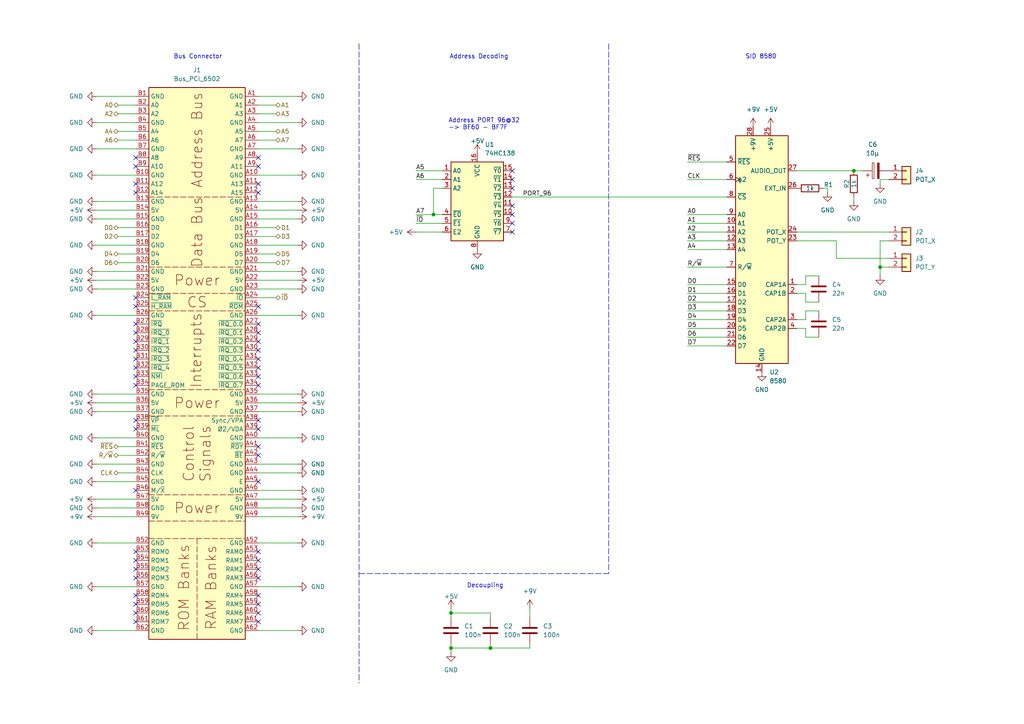
<source format=kicad_sch>
(kicad_sch (version 20231120) (generator "eeschema") (generator_version "8.0")
  (paper "A4")
  (title_block (title "S65xx Computer System") (date "2024-06-30") (rev "1.0") (company "Synthron"))
  (lib_symbols
    (symbol "6502:8580"
      (property "Reference" "U" (at 5.08 38.1 0))
      (property "Value" "8580" (at 5.08 35.56 0))
      (symbol "8580_0_1"
        (rectangle (start -7.62 33.02) (end 7.62 -33.02) (stroke (width 0.254)) (fill (type background)))
      )
      (symbol "8580_1_1"
        (pin passive line (at 10.16 -10.16 180) (length 2.54) (name "CAP1A") (number "1"))
        (pin input line (at -10.16 7.62 0) (length 2.54) (name "A1") (number "10"))
        (pin input line (at -10.16 5.08 0) (length 2.54) (name "A2") (number "11"))
        (pin input line (at -10.16 2.54 0) (length 2.54) (name "A3") (number "12"))
        (pin input line (at -10.16 0 0) (length 2.54) (name "A4") (number "13"))
        (pin power_in line (at 0 -35.56 90) (length 2.54) (name "GND") (number "14"))
        (pin bidirectional line (at -10.16 -10.16 0) (length 2.54) (name "D0") (number "15"))
        (pin bidirectional line (at -10.16 -12.7 0) (length 2.54) (name "D1") (number "16"))
        (pin bidirectional line (at -10.16 -15.24 0) (length 2.54) (name "D2") (number "17"))
        (pin bidirectional line (at -10.16 -17.78 0) (length 2.54) (name "D3") (number "18"))
        (pin bidirectional line (at -10.16 -20.32 0) (length 2.54) (name "D4") (number "19"))
        (pin passive line (at 10.16 -12.7 180) (length 2.54) (name "CAP1B") (number "2"))
        (pin bidirectional line (at -10.16 -22.86 0) (length 2.54) (name "D5") (number "20"))
        (pin bidirectional line (at -10.16 -25.4 0) (length 2.54) (name "D6") (number "21"))
        (pin bidirectional line (at -10.16 -27.94 0) (length 2.54) (name "D7") (number "22"))
        (pin input line (at 10.16 2.54 180) (length 2.54) (name "POT_Y") (number "23"))
        (pin input line (at 10.16 5.08 180) (length 2.54) (name "POT_X") (number "24"))
        (pin power_in line (at 2.54 35.56 270) (length 2.54) (name "+5V") (number "25"))
        (pin input line (at 10.16 17.78 180) (length 2.54) (name "EXT_IN") (number "26"))
        (pin output line (at 10.16 22.86 180) (length 2.54) (name "AUDIO_OUT") (number "27"))
        (pin power_in line (at -2.54 35.56 270) (length 2.54) (name "+9V") (number "28"))
        (pin passive line (at 10.16 -20.32 180) (length 2.54) (name "CAP2A") (number "3"))
        (pin passive line (at 10.16 -22.86 180) (length 2.54) (name "CAP2B") (number "4"))
        (pin input line (at -10.16 25.4 0) (length 2.54) (name "~{RES}") (number "5"))
        (pin input clock (at -10.16 20.32 0) (length 2.54) (name "ϕ2") (number "6"))
        (pin input line (at -10.16 -5.08 0) (length 2.54) (name "R/~{W}") (number "7"))
        (pin input line (at -10.16 15.24 0) (length 2.54) (name "~{CS}") (number "8"))
        (pin input line (at -10.16 10.16 0) (length 2.54) (name "A0") (number "9"))
      )
    )
    (symbol "6502:Bus_PCI_6502"
      (property "Reference" "J" (at 5.08 80.01 0))
      (property "Value" "Bus_PCI_6502" (at 5.08 -82.55 0))
      (symbol "Bus_PCI_6502_1_1"
        (rectangle (start -13.97 78.74) (end 13.97 -81.28) (stroke (width 0.254)) (fill (type background)))
        (polyline (pts (xy -13.97 -52.07) (xy 13.97 -52.07)) (stroke (width 0) (type dash)))
        (polyline (pts (xy -13.97 -46.99) (xy 13.97 -46.99)) (stroke (width 0) (type dash)))
        (polyline (pts (xy -13.97 -39.37) (xy 13.97 -39.37)) (stroke (width 0) (type dash)))
        (polyline (pts (xy -13.97 -16.51) (xy 13.97 -16.51)) (stroke (width 0) (type dash)))
        (polyline (pts (xy -13.97 -8.89) (xy 13.97 -8.89)) (stroke (width 0) (type dash)))
        (polyline (pts (xy -13.97 13.97) (xy 13.97 13.97)) (stroke (width 0) (type dash)))
        (polyline (pts (xy -13.97 19.05) (xy 13.97 19.05)) (stroke (width 0) (type dash)))
        (polyline (pts (xy -13.97 26.67) (xy 13.97 26.67)) (stroke (width 0) (type dash)))
        (polyline (pts (xy -13.97 46.99) (xy 13.97 46.99)) (stroke (width 0) (type dash)))
        (polyline (pts (xy 0 -52.07) (xy 0 -81.28)) (stroke (width 0) (type dash)))
        (text "Address Bus" (at 0 63.5 900) (effects (font (size 3 3))))
        (text "Control\nSignals" (at 0 -27.432 900) (effects (font (size 3 3))))
        (text "CS" (at 0 16.51 0) (effects (font (size 3 3))))
        (text "Data Bus" (at 0 36.83 900) (effects (font (size 3 3))))
        (text "Interrupts" (at -0.254 2.54 900) (effects (font (size 3 3))))
        (text "Power" (at 0 -43.18 0) (effects (font (size 3 3))))
        (text "Power" (at 0 -12.7 0) (effects (font (size 3 3))))
        (text "Power" (at 0 22.86 0) (effects (font (size 3 3))))
        (text "RAM Banks" (at 4.064 -66.294 900) (effects (font (size 3 3))))
        (text "ROM Banks" (at -3.81 -66.294 900) (effects (font (size 3 3))))
        (pin power_in line (at 17.78 76.2 180) (length 3.81) (name "GND") (number "A1"))
        (pin power_in line (at 17.78 53.34 180) (length 3.81) (name "GND") (number "A10"))
        (pin bidirectional line (at 17.78 50.8 180) (length 3.81) (name "A13") (number "A11"))
        (pin bidirectional line (at 17.78 48.26 180) (length 3.81) (name "A15") (number "A12"))
        (pin power_in line (at 17.78 45.72 180) (length 3.81) (name "GND") (number "A13"))
        (pin power_in line (at 17.78 43.18 180) (length 3.81) (name "5V") (number "A14"))
        (pin power_in line (at 17.78 40.64 180) (length 3.81) (name "GND") (number "A15"))
        (pin bidirectional line (at 17.78 38.1 180) (length 3.81) (name "D1") (number "A16"))
        (pin bidirectional line (at 17.78 35.56 180) (length 3.81) (name "D3") (number "A17"))
        (pin power_in line (at 17.78 33.02 180) (length 3.81) (name "GND") (number "A18"))
        (pin bidirectional line (at 17.78 30.48 180) (length 3.81) (name "D5") (number "A19"))
        (pin bidirectional line (at 17.78 73.66 180) (length 3.81) (name "A1") (number "A2"))
        (pin bidirectional line (at 17.78 27.94 180) (length 3.81) (name "D7") (number "A20"))
        (pin power_in line (at 17.78 25.4 180) (length 3.81) (name "GND") (number "A21"))
        (pin power_in line (at 17.78 22.86 180) (length 3.81) (name "5V") (number "A22"))
        (pin power_in line (at 17.78 20.32 180) (length 3.81) (name "GND") (number "A23"))
        (pin bidirectional line (at 17.78 17.78 180) (length 3.81) (name "~{IO}") (number "A24"))
        (pin bidirectional line (at 17.78 15.24 180) (length 3.81) (name "~{ROM}") (number "A25"))
        (pin power_in line (at 17.78 12.7 180) (length 3.81) (name "GND") (number "A26"))
        (pin input line (at 17.78 10.16 180) (length 3.81) (name "~{IRQ_0.0}") (number "A27"))
        (pin input line (at 17.78 7.62 180) (length 3.81) (name "~{IRQ_0.1}") (number "A28"))
        (pin input line (at 17.78 5.08 180) (length 3.81) (name "~{IRQ_0.2}") (number "A29"))
        (pin bidirectional line (at 17.78 71.12 180) (length 3.81) (name "A3") (number "A3"))
        (pin input line (at 17.78 2.54 180) (length 3.81) (name "~{IRQ_0.3}") (number "A30"))
        (pin input line (at 17.78 0 180) (length 3.81) (name "~{IRQ_0.4}") (number "A31"))
        (pin input line (at 17.78 -2.54 180) (length 3.81) (name "~{IRQ_0.5}") (number "A32"))
        (pin input line (at 17.78 -5.08 180) (length 3.81) (name "~{IRQ_0.6}") (number "A33"))
        (pin input line (at 17.78 -7.62 180) (length 3.81) (name "~{IRQ_0.7}") (number "A34"))
        (pin power_in line (at 17.78 -10.16 180) (length 3.81) (name "GND") (number "A35"))
        (pin power_in line (at 17.78 -12.7 180) (length 3.81) (name "5V") (number "A36"))
        (pin power_in line (at 17.78 -15.24 180) (length 3.81) (name "GND") (number "A37"))
        (pin bidirectional line (at 17.78 -17.78 180) (length 3.81) (name "Sync/VPA") (number "A38"))
        (pin bidirectional line (at 17.78 -20.32 180) (length 3.81) (name "Ø2/VDA") (number "A39"))
        (pin power_in line (at 17.78 68.58 180) (length 3.81) (name "GND") (number "A4"))
        (pin power_in line (at 17.78 -22.86 180) (length 3.81) (name "GND") (number "A40"))
        (pin input line (at 17.78 -25.4 180) (length 3.81) (name "~{RDY}") (number "A41"))
        (pin input line (at 17.78 -27.94 180) (length 3.81) (name "~{BE}") (number "A42"))
        (pin power_in line (at 17.78 -30.48 180) (length 3.81) (name "GND") (number "A43"))
        (pin power_in line (at 17.78 -33.02 180) (length 3.81) (name "GND") (number "A44"))
        (pin output line (at 17.78 -35.56 180) (length 3.81) (name "E") (number "A45"))
        (pin power_in line (at 17.78 -38.1 180) (length 3.81) (name "GND") (number "A46"))
        (pin power_in line (at 17.78 -40.64 180) (length 3.81) (name "5V") (number "A47"))
        (pin power_in line (at 17.78 -43.18 180) (length 3.81) (name "GND") (number "A48"))
        (pin power_in line (at 17.78 -45.72 180) (length 3.81) (name "9V") (number "A49"))
        (pin bidirectional line (at 17.78 66.04 180) (length 3.81) (name "A5") (number "A5"))
        (pin power_in line (at 17.78 -53.34 180) (length 3.81) (name "GND") (number "A52"))
        (pin bidirectional line (at 17.78 -55.88 180) (length 3.81) (name "RAM0") (number "A53"))
        (pin bidirectional line (at 17.78 -58.42 180) (length 3.81) (name "RAM1") (number "A54"))
        (pin bidirectional line (at 17.78 -60.96 180) (length 3.81) (name "RAM2") (number "A55"))
        (pin bidirectional line (at 17.78 -63.5 180) (length 3.81) (name "RAM3") (number "A56"))
        (pin power_in line (at 17.78 -66.04 180) (length 3.81) (name "GND") (number "A57"))
        (pin bidirectional line (at 17.78 -68.58 180) (length 3.81) (name "RAM4") (number "A58"))
        (pin bidirectional line (at 17.78 -71.12 180) (length 3.81) (name "RAM5") (number "A59"))
        (pin bidirectional line (at 17.78 63.5 180) (length 3.81) (name "A7") (number "A6"))
        (pin bidirectional line (at 17.78 -73.66 180) (length 3.81) (name "RAM6") (number "A60"))
        (pin bidirectional line (at 17.78 -76.2 180) (length 3.81) (name "RAM7") (number "A61"))
        (pin power_in line (at 17.78 -78.74 180) (length 3.81) (name "GND") (number "A62"))
        (pin power_in line (at 17.78 60.96 180) (length 3.81) (name "GND") (number "A7"))
        (pin bidirectional line (at 17.78 58.42 180) (length 3.81) (name "A9") (number "A8"))
        (pin bidirectional line (at 17.78 55.88 180) (length 3.81) (name "A11") (number "A9"))
        (pin power_in line (at -17.78 76.2 0) (length 3.81) (name "GND") (number "B1"))
        (pin power_in line (at -17.78 53.34 0) (length 3.81) (name "GND") (number "B10"))
        (pin bidirectional line (at -17.78 50.8 0) (length 3.81) (name "A12") (number "B11"))
        (pin bidirectional line (at -17.78 48.26 0) (length 3.81) (name "A14") (number "B12"))
        (pin power_in line (at -17.78 45.72 0) (length 3.81) (name "GND") (number "B13"))
        (pin power_in line (at -17.78 43.18 0) (length 3.81) (name "5V") (number "B14"))
        (pin power_in line (at -17.78 40.64 0) (length 3.81) (name "GND") (number "B15"))
        (pin bidirectional line (at -17.78 38.1 0) (length 3.81) (name "D0") (number "B16"))
        (pin bidirectional line (at -17.78 35.56 0) (length 3.81) (name "D2") (number "B17"))
        (pin power_in line (at -17.78 33.02 0) (length 3.81) (name "GND") (number "B18"))
        (pin bidirectional line (at -17.78 30.48 0) (length 3.81) (name "D4") (number "B19"))
        (pin bidirectional line (at -17.78 73.66 0) (length 3.81) (name "A0") (number "B2"))
        (pin bidirectional line (at -17.78 27.94 0) (length 3.81) (name "D6") (number "B20"))
        (pin power_in line (at -17.78 25.4 0) (length 3.81) (name "GND") (number "B21"))
        (pin power_in line (at -17.78 22.86 0) (length 3.81) (name "5V") (number "B22"))
        (pin power_in line (at -17.78 20.32 0) (length 3.81) (name "GND") (number "B23"))
        (pin bidirectional line (at -17.78 17.78 0) (length 3.81) (name "~{L_RAM}") (number "B24"))
        (pin bidirectional line (at -17.78 15.24 0) (length 3.81) (name "~{H_RAM}") (number "B25"))
        (pin power_in line (at -17.78 12.7 0) (length 3.81) (name "GND") (number "B26"))
        (pin input line (at -17.78 10.16 0) (length 3.81) (name "~{IRQ}") (number "B27"))
        (pin input line (at -17.78 7.62 0) (length 3.81) (name "~{IRQ_0}") (number "B28"))
        (pin input line (at -17.78 5.08 0) (length 3.81) (name "~{IRQ_1}") (number "B29"))
        (pin bidirectional line (at -17.78 71.12 0) (length 3.81) (name "A2") (number "B3"))
        (pin input line (at -17.78 2.54 0) (length 3.81) (name "~{IRQ_2}") (number "B30"))
        (pin input line (at -17.78 0 0) (length 3.81) (name "~{IRQ_3}") (number "B31"))
        (pin input line (at -17.78 -2.54 0) (length 3.81) (name "~{IRQ_4}") (number "B32"))
        (pin input line (at -17.78 -5.08 0) (length 3.81) (name "~{NMI}") (number "B33"))
        (pin output line (at -17.78 -7.62 0) (length 3.81) (name "PAGE_ROM") (number "B34"))
        (pin power_in line (at -17.78 -10.16 0) (length 3.81) (name "GND") (number "B35"))
        (pin power_in line (at -17.78 -12.7 0) (length 3.81) (name "5V") (number "B36"))
        (pin power_in line (at -17.78 -15.24 0) (length 3.81) (name "GND") (number "B37"))
        (pin bidirectional line (at -17.78 -17.78 0) (length 3.81) (name "~{VP}") (number "B38"))
        (pin bidirectional line (at -17.78 -20.32 0) (length 3.81) (name "~{ML}") (number "B39"))
        (pin power_in line (at -17.78 68.58 0) (length 3.81) (name "GND") (number "B4"))
        (pin power_in line (at -17.78 -22.86 0) (length 3.81) (name "GND") (number "B40"))
        (pin input line (at -17.78 -25.4 0) (length 3.81) (name "~{RES}") (number "B41"))
        (pin bidirectional line (at -17.78 -27.94 0) (length 3.81) (name "R/~{W}") (number "B42"))
        (pin power_in line (at -17.78 -30.48 0) (length 3.81) (name "GND") (number "B43"))
        (pin bidirectional line (at -17.78 -33.02 0) (length 3.81) (name "CLK") (number "B44"))
        (pin power_in line (at -17.78 -35.56 0) (length 3.81) (name "GND") (number "B45"))
        (pin bidirectional line (at -17.78 -38.1 0) (length 3.81) (name "M/~{X}") (number "B46"))
        (pin power_in line (at -17.78 -40.64 0) (length 3.81) (name "5V") (number "B47"))
        (pin power_in line (at -17.78 -43.18 0) (length 3.81) (name "GND") (number "B48"))
        (pin power_in line (at -17.78 -45.72 0) (length 3.81) (name "9V") (number "B49"))
        (pin bidirectional line (at -17.78 66.04 0) (length 3.81) (name "A4") (number "B5"))
        (pin power_in line (at -17.78 -53.34 0) (length 3.81) (name "GND") (number "B52"))
        (pin bidirectional line (at -17.78 -55.88 0) (length 3.81) (name "ROM0") (number "B53"))
        (pin bidirectional line (at -17.78 -58.42 0) (length 3.81) (name "ROM1") (number "B54"))
        (pin bidirectional line (at -17.78 -60.96 0) (length 3.81) (name "ROM2") (number "B55"))
        (pin bidirectional line (at -17.78 -63.5 0) (length 3.81) (name "ROM3") (number "B56"))
        (pin power_in line (at -17.78 -66.04 0) (length 3.81) (name "GND") (number "B57"))
        (pin bidirectional line (at -17.78 -68.58 0) (length 3.81) (name "ROM4") (number "B58"))
        (pin bidirectional line (at -17.78 -71.12 0) (length 3.81) (name "ROM5") (number "B59"))
        (pin bidirectional line (at -17.78 63.5 0) (length 3.81) (name "A6") (number "B6"))
        (pin bidirectional line (at -17.78 -73.66 0) (length 3.81) (name "ROM6") (number "B60"))
        (pin bidirectional line (at -17.78 -76.2 0) (length 3.81) (name "ROM7") (number "B61"))
        (pin power_in line (at -17.78 -78.74 0) (length 3.81) (name "GND") (number "B62"))
        (pin power_in line (at -17.78 60.96 0) (length 3.81) (name "GND") (number "B7"))
        (pin bidirectional line (at -17.78 58.42 0) (length 3.81) (name "A8") (number "B8"))
        (pin bidirectional line (at -17.78 55.88 0) (length 3.81) (name "A10") (number "B9"))
      )
    )
    (symbol "74xx:74HC138"
      (property "Reference" "U" (at -7.62 13.97 0))
      (property "Value" "74HC138" (at 2.54 -11.43 0))
      (symbol "74HC138_0_1"
        (rectangle (start -7.62 12.7) (end 7.62 -10.16) (stroke (width 0.254)) (fill (type background)))
      )
      (symbol "74HC138_1_1"
        (pin input line (at -10.16 10.16 0) (length 2.54) (name "A0") (number "1"))
        (pin output line (at 10.16 -2.54 180) (length 2.54) (name "~{Y5}") (number "10"))
        (pin output line (at 10.16 0 180) (length 2.54) (name "~{Y4}") (number "11"))
        (pin output line (at 10.16 2.54 180) (length 2.54) (name "~{Y3}") (number "12"))
        (pin output line (at 10.16 5.08 180) (length 2.54) (name "~{Y2}") (number "13"))
        (pin output line (at 10.16 7.62 180) (length 2.54) (name "~{Y1}") (number "14"))
        (pin output line (at 10.16 10.16 180) (length 2.54) (name "~{Y0}") (number "15"))
        (pin power_in line (at 0 15.24 270) (length 2.54) (name "VCC") (number "16"))
        (pin input line (at -10.16 7.62 0) (length 2.54) (name "A1") (number "2"))
        (pin input line (at -10.16 5.08 0) (length 2.54) (name "A2") (number "3"))
        (pin input line (at -10.16 -2.54 0) (length 2.54) (name "~{E0}") (number "4"))
        (pin input line (at -10.16 -5.08 0) (length 2.54) (name "~{E1}") (number "5"))
        (pin input line (at -10.16 -7.62 0) (length 2.54) (name "E2") (number "6"))
        (pin output line (at 10.16 -7.62 180) (length 2.54) (name "~{Y7}") (number "7"))
        (pin power_in line (at 0 -12.7 90) (length 2.54) (name "GND") (number "8"))
        (pin output line (at 10.16 -5.08 180) (length 2.54) (name "~{Y6}") (number "9"))
      )
    )
    (symbol "Connector_Generic:Conn_01x02" (pin_names (offset 1.016) hide)
      (property "Reference" "J" (at 0 2.54 0))
      (property "Value" "Conn_01x02" (at 0 -5.08 0))
      (symbol "Conn_01x02_1_1"
        (rectangle (start -1.27 -2.413) (end 0 -2.667) (stroke (width 0.1524)))
        (rectangle (start -1.27 0.127) (end 0 -0.127) (stroke (width 0.1524)))
        (rectangle (start -1.27 1.27) (end 1.27 -3.81) (stroke (width 0.254)) (fill (type background)))
        (pin passive line (at -5.08 0 0) (length 3.81) (name "Pin_1") (number "1"))
        (pin passive line (at -5.08 -2.54 0) (length 3.81) (name "Pin_2") (number "2"))
      )
    )
    (symbol "Device:C" (pin_numbers hide) (pin_names (offset 0.254))
      (property "Reference" "C" (at 0.635 2.54 0))
      (property "Value" "C" (at 0.635 -2.54 0))
      (symbol "C_0_1"
        (polyline (pts (xy -2.032 -0.762) (xy 2.032 -0.762)) (stroke (width 0.508)))
        (polyline (pts (xy -2.032 0.762) (xy 2.032 0.762)) (stroke (width 0.508)))
      )
      (symbol "C_1_1"
        (pin passive line (at 0 3.81 270) (length 2.794) (name "~") (number "1"))
        (pin passive line (at 0 -3.81 90) (length 2.794) (name "~") (number "2"))
      )
    )
    (symbol "Device:C_Polarized" (pin_numbers hide) (pin_names (offset 0.254))
      (property "Reference" "C" (at 0.635 2.54 0))
      (property "Value" "C_Polarized" (at 0.635 -2.54 0))
      (symbol "C_Polarized_0_1"
        (rectangle (start -2.286 0.508) (end 2.286 1.016))
        (polyline (pts (xy -1.778 2.286) (xy -0.762 2.286)))
        (polyline (pts (xy -1.27 2.794) (xy -1.27 1.778)))
        (rectangle (start 2.286 -0.508) (end -2.286 -1.016) (fill (type outline)))
      )
      (symbol "C_Polarized_1_1"
        (pin passive line (at 0 3.81 270) (length 2.794) (name "~") (number "1"))
        (pin passive line (at 0 -3.81 90) (length 2.794) (name "~") (number "2"))
      )
    )
    (symbol "Device:R" (pin_numbers hide) (pin_names (offset 0))
      (property "Reference" "R" (at 2.032 0 90))
      (property "Value" "R" (at 0 0 90))
      (symbol "R_0_1"
        (rectangle (start -1.016 -2.54) (end 1.016 2.54) (stroke (width 0.254)))
      )
      (symbol "R_1_1"
        (pin passive line (at 0 3.81 270) (length 1.27) (name "~") (number "1"))
        (pin passive line (at 0 -3.81 90) (length 1.27) (name "~") (number "2"))
      )
    )
    (symbol "power:+5V" (power) (pin_numbers hide) (pin_names (offset 0) hide)
      (property "Value" "+5V" (at 0 3.556 0))
      (symbol "+5V_0_1"
        (polyline (pts (xy -0.762 1.27) (xy 0 2.54)))
        (polyline (pts (xy 0 0) (xy 0 2.54)))
        (polyline (pts (xy 0 2.54) (xy 0.762 1.27)))
      )
      (symbol "+5V_1_1"
        (pin power_in line (at 0 0 90) (length 0) (name "~") (number "1"))
      )
    )
    (symbol "power:+9V" (power) (pin_numbers hide) (pin_names (offset 0) hide)
      (property "Value" "+9V" (at 0 3.556 0))
      (symbol "+9V_0_1"
        (polyline (pts (xy -0.762 1.27) (xy 0 2.54)))
        (polyline (pts (xy 0 0) (xy 0 2.54)))
        (polyline (pts (xy 0 2.54) (xy 0.762 1.27)))
      )
      (symbol "+9V_1_1"
        (pin power_in line (at 0 0 90) (length 0) (name "~") (number "1"))
      )
    )
    (symbol "power:GND" (power) (pin_numbers hide) (pin_names (offset 0) hide)
      (property "Value" "GND" (at 0 -3.81 0))
      (symbol "GND_0_1"
        (polyline (pts (xy 0 0) (xy 0 -1.27) (xy 1.27 -1.27) (xy 0 -2.54) (xy -1.27 -1.27) (xy 0 -1.27)))
      )
      (symbol "GND_1_1"
        (pin power_in line (at 0 0 270) (length 0) (name "~") (number "1"))
      )
    )
  )
  (junction (at 130.81 187.96))
  (junction (at 142.24 187.96))
  (junction (at 130.81 177.8))
  (junction (at 255.27 77.47))
  (junction (at 247.65 49.53))
  (junction (at 125.73 62.23))
  (no_connect (at 74.93 106.68))
  (no_connect (at 39.37 142.24))
  (no_connect (at 39.37 45.72))
  (no_connect (at 39.37 124.46))
  (no_connect (at 39.37 48.26))
  (no_connect (at 74.93 45.72))
  (no_connect (at 39.37 167.64))
  (no_connect (at 39.37 101.6))
  (no_connect (at 39.37 175.26))
  (no_connect (at 74.93 160.02))
  (no_connect (at 148.59 67.31))
  (no_connect (at 74.93 88.9))
  (no_connect (at 39.37 88.9))
  (no_connect (at 39.37 106.68))
  (no_connect (at 148.59 52.07))
  (no_connect (at 39.37 104.14))
  (no_connect (at 74.93 175.26))
  (no_connect (at 74.93 165.1))
  (no_connect (at 39.37 162.56))
  (no_connect (at 74.93 53.34))
  (no_connect (at 74.93 180.34))
  (no_connect (at 39.37 177.8))
  (no_connect (at 74.93 55.88))
  (no_connect (at 148.59 62.23))
  (no_connect (at 148.59 49.53))
  (no_connect (at 74.93 99.06))
  (no_connect (at 148.59 64.77))
  (no_connect (at 39.37 165.1))
  (no_connect (at 74.93 124.46))
  (no_connect (at 39.37 86.36))
  (no_connect (at 148.59 59.69))
  (no_connect (at 74.93 172.72))
  (no_connect (at 39.37 96.52))
  (no_connect (at 74.93 93.98))
  (no_connect (at 39.37 93.98))
  (no_connect (at 74.93 132.08))
  (no_connect (at 39.37 55.88))
  (no_connect (at 74.93 121.92))
  (no_connect (at 39.37 99.06))
  (no_connect (at 74.93 96.52))
  (no_connect (at 148.59 54.61))
  (no_connect (at 39.37 121.92))
  (no_connect (at 74.93 109.22))
  (no_connect (at 74.93 177.8))
  (no_connect (at 74.93 129.54))
  (no_connect (at 74.93 104.14))
  (no_connect (at 74.93 48.26))
  (no_connect (at 39.37 180.34))
  (no_connect (at 74.93 139.7))
  (no_connect (at 74.93 101.6))
  (no_connect (at 74.93 162.56))
  (no_connect (at 39.37 172.72))
  (no_connect (at 39.37 53.34))
  (no_connect (at 39.37 160.02))
  (no_connect (at 74.93 111.76))
  (no_connect (at 39.37 111.76))
  (no_connect (at 74.93 167.64))
  (no_connect (at 39.37 109.22))
  (wire (pts (xy 27.94 134.62) (xy 39.37 134.62)))
  (wire (pts (xy 199.39 92.71) (xy 210.82 92.71)))
  (wire (pts (xy 242.57 74.93) (xy 242.57 69.85)))
  (wire (pts (xy 233.68 82.55) (xy 231.14 82.55)))
  (wire (pts (xy 86.36 142.24) (xy 74.93 142.24)))
  (wire (pts (xy 233.68 80.01) (xy 233.68 82.55)))
  (wire (pts (xy 255.27 77.47) (xy 257.81 77.47)))
  (wire (pts (xy 233.68 87.63) (xy 233.68 85.09)))
  (wire (pts (xy 27.94 116.84) (xy 39.37 116.84)))
  (wire (pts (xy 199.39 72.39) (xy 210.82 72.39)))
  (wire (pts (xy 125.73 54.61) (xy 125.73 62.23)))
  (wire (pts (xy 240.03 54.61) (xy 238.76 54.61)))
  (wire (pts (xy 120.65 49.53) (xy 128.27 49.53)))
  (wire (pts (xy 233.68 95.25) (xy 231.14 95.25)))
  (wire (pts (xy 80.01 33.02) (xy 74.93 33.02)))
  (wire (pts (xy 255.27 53.34) (xy 255.27 52.07)))
  (wire (pts (xy 34.29 40.64) (xy 39.37 40.64)))
  (wire (pts (xy 34.29 33.02) (xy 39.37 33.02)))
  (wire (pts (xy 130.81 187.96) (xy 130.81 189.23)))
  (wire (pts (xy 86.36 50.8) (xy 74.93 50.8)))
  (wire (pts (xy 130.81 176.53) (xy 130.81 177.8)))
  (wire (pts (xy 27.94 147.32) (xy 39.37 147.32)))
  (wire (pts (xy 153.67 186.69) (xy 153.67 187.96)))
  (wire (pts (xy 27.94 50.8) (xy 39.37 50.8)))
  (wire (pts (xy 199.39 100.33) (xy 210.82 100.33)))
  (wire (pts (xy 86.36 119.38) (xy 74.93 119.38)))
  (wire (pts (xy 27.94 119.38) (xy 39.37 119.38)))
  (wire (pts (xy 231.14 67.31) (xy 257.81 67.31)))
  (wire (pts (xy 199.39 67.31) (xy 210.82 67.31)))
  (wire (pts (xy 199.39 46.99) (xy 210.82 46.99)))
  (wire (pts (xy 128.27 54.61) (xy 125.73 54.61)))
  (wire (pts (xy 237.49 97.79) (xy 233.68 97.79)))
  (wire (pts (xy 233.68 97.79) (xy 233.68 95.25)))
  (wire (pts (xy 237.49 90.17) (xy 233.68 90.17)))
  (wire (pts (xy 120.65 62.23) (xy 125.73 62.23)))
  (wire (pts (xy 199.39 82.55) (xy 210.82 82.55)))
  (wire (pts (xy 27.94 139.7) (xy 39.37 139.7)))
  (wire (pts (xy 199.39 85.09) (xy 210.82 85.09)))
  (wire (pts (xy 86.36 170.18) (xy 74.93 170.18)))
  (wire (pts (xy 80.01 86.36) (xy 74.93 86.36)))
  (wire (pts (xy 120.65 52.07) (xy 128.27 52.07)))
  (wire (pts (xy 34.29 38.1) (xy 39.37 38.1)))
  (wire (pts (xy 27.94 43.18) (xy 39.37 43.18)))
  (wire (pts (xy 27.94 170.18) (xy 39.37 170.18)))
  (wire (pts (xy 148.59 57.15) (xy 210.82 57.15)))
  (wire (pts (xy 233.68 85.09) (xy 231.14 85.09)))
  (polyline (pts (xy 176.53 12.7) (xy 176.53 166.37)) (stroke (width 0) (type dash)))
  (wire (pts (xy 86.36 114.3) (xy 74.93 114.3)))
  (wire (pts (xy 199.39 97.79) (xy 210.82 97.79)))
  (wire (pts (xy 257.81 74.93) (xy 242.57 74.93)))
  (wire (pts (xy 86.36 60.96) (xy 74.93 60.96)))
  (wire (pts (xy 86.36 63.5) (xy 74.93 63.5)))
  (wire (pts (xy 27.94 58.42) (xy 39.37 58.42)))
  (wire (pts (xy 86.36 81.28) (xy 74.93 81.28)))
  (wire (pts (xy 34.29 66.04) (xy 39.37 66.04)))
  (wire (pts (xy 86.36 58.42) (xy 74.93 58.42)))
  (wire (pts (xy 86.36 91.44) (xy 74.93 91.44)))
  (wire (pts (xy 27.94 27.94) (xy 39.37 27.94)))
  (wire (pts (xy 199.39 95.25) (xy 210.82 95.25)))
  (wire (pts (xy 142.24 177.8) (xy 130.81 177.8)))
  (wire (pts (xy 27.94 83.82) (xy 39.37 83.82)))
  (wire (pts (xy 86.36 137.16) (xy 74.93 137.16)))
  (wire (pts (xy 142.24 186.69) (xy 142.24 187.96)))
  (wire (pts (xy 199.39 62.23) (xy 210.82 62.23)))
  (wire (pts (xy 142.24 187.96) (xy 130.81 187.96)))
  (wire (pts (xy 27.94 71.12) (xy 39.37 71.12)))
  (wire (pts (xy 27.94 78.74) (xy 39.37 78.74)))
  (wire (pts (xy 153.67 176.53) (xy 153.67 179.07)))
  (wire (pts (xy 199.39 90.17) (xy 210.82 90.17)))
  (wire (pts (xy 120.65 67.31) (xy 128.27 67.31)))
  (wire (pts (xy 86.36 27.94) (xy 74.93 27.94)))
  (wire (pts (xy 86.36 147.32) (xy 74.93 147.32)))
  (wire (pts (xy 27.94 60.96) (xy 39.37 60.96)))
  (wire (pts (xy 86.36 78.74) (xy 74.93 78.74)))
  (wire (pts (xy 27.94 63.5) (xy 39.37 63.5)))
  (wire (pts (xy 199.39 64.77) (xy 210.82 64.77)))
  (wire (pts (xy 86.36 43.18) (xy 74.93 43.18)))
  (wire (pts (xy 130.81 187.96) (xy 130.81 186.69)))
  (wire (pts (xy 86.36 144.78) (xy 74.93 144.78)))
  (wire (pts (xy 34.29 132.08) (xy 39.37 132.08)))
  (wire (pts (xy 27.94 127) (xy 39.37 127)))
  (wire (pts (xy 86.36 71.12) (xy 74.93 71.12)))
  (wire (pts (xy 255.27 80.01) (xy 255.27 77.47)))
  (wire (pts (xy 120.65 64.77) (xy 128.27 64.77)))
  (wire (pts (xy 130.81 177.8) (xy 130.81 179.07)))
  (wire (pts (xy 27.94 157.48) (xy 39.37 157.48)))
  (wire (pts (xy 247.65 57.15) (xy 247.65 58.42)))
  (wire (pts (xy 199.39 52.07) (xy 210.82 52.07)))
  (wire (pts (xy 237.49 87.63) (xy 233.68 87.63)))
  (wire (pts (xy 233.68 90.17) (xy 233.68 92.71)))
  (wire (pts (xy 86.36 83.82) (xy 74.93 83.82)))
  (polyline (pts (xy 104.14 166.37) (xy 176.53 166.37)) (stroke (width 0) (type dash)))
  (wire (pts (xy 27.94 35.56) (xy 39.37 35.56)))
  (wire (pts (xy 86.36 134.62) (xy 74.93 134.62)))
  (wire (pts (xy 247.65 49.53) (xy 250.19 49.53)))
  (wire (pts (xy 237.49 80.01) (xy 233.68 80.01)))
  (wire (pts (xy 27.94 91.44) (xy 39.37 91.44)))
  (wire (pts (xy 80.01 66.04) (xy 74.93 66.04)))
  (wire (pts (xy 27.94 114.3) (xy 39.37 114.3)))
  (wire (pts (xy 80.01 76.2) (xy 74.93 76.2)))
  (wire (pts (xy 86.36 35.56) (xy 74.93 35.56)))
  (wire (pts (xy 80.01 38.1) (xy 74.93 38.1)))
  (wire (pts (xy 242.57 69.85) (xy 231.14 69.85)))
  (wire (pts (xy 80.01 40.64) (xy 74.93 40.64)))
  (wire (pts (xy 34.29 30.48) (xy 39.37 30.48)))
  (polyline (pts (xy 104.14 12.7) (xy 104.14 198.12)) (stroke (width 0) (type dash)))
  (wire (pts (xy 240.03 55.88) (xy 240.03 54.61)))
  (wire (pts (xy 255.27 77.47) (xy 255.27 69.85)))
  (wire (pts (xy 142.24 179.07) (xy 142.24 177.8)))
  (wire (pts (xy 34.29 68.58) (xy 39.37 68.58)))
  (wire (pts (xy 255.27 69.85) (xy 257.81 69.85)))
  (wire (pts (xy 86.36 182.88) (xy 74.93 182.88)))
  (wire (pts (xy 199.39 77.47) (xy 210.82 77.47)))
  (wire (pts (xy 231.14 49.53) (xy 247.65 49.53)))
  (wire (pts (xy 255.27 52.07) (xy 257.81 52.07)))
  (wire (pts (xy 86.36 157.48) (xy 74.93 157.48)))
  (wire (pts (xy 199.39 69.85) (xy 210.82 69.85)))
  (wire (pts (xy 34.29 76.2) (xy 39.37 76.2)))
  (wire (pts (xy 125.73 62.23) (xy 128.27 62.23)))
  (wire (pts (xy 153.67 187.96) (xy 142.24 187.96)))
  (wire (pts (xy 233.68 92.71) (xy 231.14 92.71)))
  (wire (pts (xy 27.94 144.78) (xy 39.37 144.78)))
  (wire (pts (xy 80.01 30.48) (xy 74.93 30.48)))
  (wire (pts (xy 80.01 73.66) (xy 74.93 73.66)))
  (wire (pts (xy 86.36 127) (xy 74.93 127)))
  (wire (pts (xy 86.36 149.86) (xy 74.93 149.86)))
  (wire (pts (xy 27.94 149.86) (xy 39.37 149.86)))
  (wire (pts (xy 34.29 129.54) (xy 39.37 129.54)))
  (wire (pts (xy 34.29 137.16) (xy 39.37 137.16)))
  (wire (pts (xy 27.94 81.28) (xy 39.37 81.28)))
  (wire (pts (xy 27.94 182.88) (xy 39.37 182.88)))
  (wire (pts (xy 86.36 116.84) (xy 74.93 116.84)))
  (wire (pts (xy 34.29 73.66) (xy 39.37 73.66)))
  (wire (pts (xy 80.01 68.58) (xy 74.93 68.58)))
  (wire (pts (xy 199.39 87.63) (xy 210.82 87.63)))
  (text "Address PORT 96@32\n-> BF60 - BF7F" (at 130.048 36.068 0) (effects (font (size 1.27 1.27)) (justify left)))
  (text "SID 8580" (at 220.726 16.51 0) (effects (font (size 1.27 1.27))))
  (text "Decoupling" (at 140.716 169.926 0) (effects (font (size 1.27 1.27))))
  (text "Address Decoding" (at 138.938 16.51 0) (effects (font (size 1.27 1.27))))
  (text "Bus Connector" (at 57.404 16.51 0) (effects (font (size 1.27 1.27))))
  (label "A7" (at 120.65 62.23 0))
  (label "PORT_96" (at 160.02 57.15 180))
  (label "A5" (at 120.65 49.53 0))
  (label "A4" (at 199.39 72.39 0))
  (label "A3" (at 199.39 69.85 0))
  (label "CLK" (at 199.39 52.07 0))
  (label "D0" (at 199.39 82.55 0))
  (label "A6" (at 120.65 52.07 0))
  (label "~{RES}" (at 199.39 46.99 0))
  (label "~{IO}" (at 120.65 64.77 0))
  (label "D4" (at 199.39 92.71 0))
  (label "D1" (at 199.39 85.09 0))
  (label "A2" (at 199.39 67.31 0))
  (label "A0" (at 199.39 62.23 0))
  (label "D2" (at 199.39 87.63 0))
  (label "D3" (at 199.39 90.17 0))
  (label "D5" (at 199.39 95.25 0))
  (label "D7" (at 199.39 100.33 0))
  (label "R{slash}~{W}" (at 199.39 77.47 0))
  (label "D6" (at 199.39 97.79 0))
  (label "A1" (at 199.39 64.77 0))
  (hierarchical_label "D0" (shape bidirectional) (at 34.29 66.04 180))
  (hierarchical_label "D4" (shape bidirectional) (at 34.29 73.66 180))
  (hierarchical_label "D5" (shape bidirectional) (at 80.01 73.66 0))
  (hierarchical_label "A3" (shape bidirectional) (at 80.01 33.02 0))
  (hierarchical_label "A4" (shape bidirectional) (at 34.29 38.1 180))
  (hierarchical_label "R{slash}~{W}" (shape bidirectional) (at 34.29 132.08 180))
  (hierarchical_label "A7" (shape bidirectional) (at 80.01 40.64 0))
  (hierarchical_label "CLK" (shape bidirectional) (at 34.29 137.16 180))
  (hierarchical_label "D2" (shape bidirectional) (at 34.29 68.58 180))
  (hierarchical_label "A5" (shape bidirectional) (at 80.01 38.1 0))
  (hierarchical_label "~{RES}" (shape bidirectional) (at 34.29 129.54 180))
  (hierarchical_label "D6" (shape bidirectional) (at 34.29 76.2 180))
  (hierarchical_label "A2" (shape bidirectional) (at 34.29 33.02 180))
  (hierarchical_label "D1" (shape bidirectional) (at 80.01 66.04 0))
  (hierarchical_label "D3" (shape bidirectional) (at 80.01 68.58 0))
  (hierarchical_label "D7" (shape bidirectional) (at 80.01 76.2 0))
  (hierarchical_label "~{IO}" (shape bidirectional) (at 80.01 86.36 0))
  (hierarchical_label "A0" (shape bidirectional) (at 34.29 30.48 180))
  (hierarchical_label "A6" (shape bidirectional) (at 34.29 40.64 180))
  (hierarchical_label "A1" (shape bidirectional) (at 80.01 30.48 0))
  (symbol (lib_id "power:GND") (at 27.94 50.8 270) (unit 1)
    (property "Reference" "#PWR04" (effects (hide yes)))
    (property "Value" "GND" (at 24.13 50.7999 90) (effects (justify right)))
    (property "Description" "Power symbol creates a global label with name \"GND\" , ground" (effects (hide yes)))
  )
  (symbol (lib_id "power:GND") (at 86.36 142.24 90) (mirror x) (unit 1)
    (property "Reference" "#PWR043" (effects (hide yes)))
    (property "Value" "GND" (at 90.17 142.2399 90) (effects (justify right)))
    (property "Description" "Power symbol creates a global label with name \"GND\" , ground" (effects (hide yes)))
  )
  (symbol (lib_id "power:GND") (at 86.36 137.16 90) (mirror x) (unit 1)
    (property "Reference" "#PWR042" (effects (hide yes)))
    (property "Value" "GND" (at 90.17 137.1599 90) (effects (justify right)))
    (property "Description" "Power symbol creates a global label with name \"GND\" , ground" (effects (hide yes)))
  )
  (symbol (lib_id "power:GND") (at 27.94 63.5 270) (unit 1)
    (property "Reference" "#PWR07" (effects (hide yes)))
    (property "Value" "GND" (at 24.13 63.4999 90) (effects (justify right)))
    (property "Description" "Power symbol creates a global label with name \"GND\" , ground" (effects (hide yes)))
  )
  (symbol (lib_id "Device:C_Polarized") (at 254 49.53 90) (unit 1)
    (property "Reference" "C6" (at 253.111 41.91 90))
    (property "Value" "10µ" (at 253.111 44.45 90))
    (property "Footprint" "Capacitor_THT:CP_Radial_D5.0mm_P2.50mm" (effects (hide yes)))
    (property "Description" "Polarized capacitor" (effects (hide yes)))
  )
  (symbol (lib_id "power:GND") (at 130.81 189.23 0) (mirror y) (unit 1)
    (property "Reference" "#PWR054" (effects (hide yes)))
    (property "Value" "GND" (at 130.81 194.31 0))
    (property "Description" "Power symbol creates a global label with name \"GND\" , ground" (effects (hide yes)))
  )
  (symbol (lib_id "power:+5V") (at 223.52 36.83 0) (unit 1)
    (property "Reference" "#PWR058" (effects (hide yes)))
    (property "Value" "+5V" (at 223.52 31.75 0))
    (property "Description" "Power symbol creates a global label with name \"+5V\"" (effects (hide yes)))
  )
  (symbol (lib_id "power:GND") (at 27.94 71.12 270) (unit 1)
    (property "Reference" "#PWR08" (effects (hide yes)))
    (property "Value" "GND" (at 24.13 71.1199 90) (effects (justify right)))
    (property "Description" "Power symbol creates a global label with name \"GND\" , ground" (effects (hide yes)))
  )
  (symbol (lib_id "power:GND") (at 240.03 55.88 0) (unit 1)
    (property "Reference" "#PWR059" (effects (hide yes)))
    (property "Value" "GND" (at 240.03 60.96 0))
    (property "Description" "Power symbol creates a global label with name \"GND\" , ground" (effects (hide yes)))
  )
  (symbol (lib_id "74xx:74HC138") (at 138.43 59.69 0) (unit 1)
    (property "Reference" "U1" (at 140.6241 41.91 0) (effects (justify left)))
    (property "Value" "74HC138" (at 140.6241 44.45 0) (effects (justify left)))
    (property "Footprint" "Package_DIP:DIP-16_W7.62mm" (effects (hide yes)))
    (property "Datasheet" "http://www.ti.com/lit/ds/symlink/cd74hc238.pdf" (effects (hide yes)))
    (property "Description" "3-to-8 line decoder/multiplexer inverting, DIP-16/SOIC-16/SSOP-16" (effects (hide yes)))
  )
  (symbol (lib_id "power:GND") (at 27.94 147.32 270) (unit 1)
    (property "Reference" "#PWR020" (effects (hide yes)))
    (property "Value" "GND" (at 24.13 147.3199 90) (effects (justify right)))
    (property "Description" "Power symbol creates a global label with name \"GND\" , ground" (effects (hide yes)))
  )
  (symbol (lib_id "power:GND") (at 27.94 83.82 270) (unit 1)
    (property "Reference" "#PWR011" (effects (hide yes)))
    (property "Value" "GND" (at 24.13 83.8199 90) (effects (justify right)))
    (property "Description" "Power symbol creates a global label with name \"GND\" , ground" (effects (hide yes)))
  )
  (symbol (lib_id "power:+5V") (at 86.36 144.78 270) (mirror x) (unit 1)
    (property "Reference" "#PWR044" (effects (hide yes)))
    (property "Value" "+5V" (at 90.17 144.7799 90) (effects (justify left)))
    (property "Description" "Power symbol creates a global label with name \"+5V\"" (effects (hide yes)))
  )
  (symbol (lib_id "power:GND") (at 27.94 114.3 270) (unit 1)
    (property "Reference" "#PWR013" (effects (hide yes)))
    (property "Value" "GND" (at 24.13 114.2999 90) (effects (justify right)))
    (property "Description" "Power symbol creates a global label with name \"GND\" , ground" (effects (hide yes)))
  )
  (symbol (lib_id "6502:Bus_PCI_6502") (at 57.15 104.14 0) (unit 1)
    (property "Reference" "J1" (at 57.15 20.32 0))
    (property "Value" "Bus_PCI_6502" (at 57.15 22.86 0))
    (property "Footprint" "Connector_PCBEdge:BUS_PCI" (effects (hide yes)))
    (property "Datasheet" "http://pinouts.ru/Slots/PCI_pinout.shtml" (effects (hide yes)))
    (property "Description" "PCI bus connector for 5V cards" (effects (hide yes)))
  )
  (symbol (lib_id "Device:C") (at 153.67 182.88 0) (unit 1)
    (property "Reference" "C3" (at 157.48 181.6099 0) (effects (justify left)))
    (property "Value" "100n" (at 157.48 184.1499 0) (effects (justify left)))
    (property "Footprint" "Capacitor_SMD:C_0805_2012Metric" (effects (hide yes)))
    (property "Description" "Unpolarized capacitor" (effects (hide yes)))
  )
  (symbol (lib_id "Device:C") (at 237.49 83.82 0) (unit 1)
    (property "Reference" "C4" (at 241.3 82.5499 0) (effects (justify left)))
    (property "Value" "22n" (at 241.3 85.0899 0) (effects (justify left)))
    (property "Footprint" "Capacitor_SMD:C_0805_2012Metric" (effects (hide yes)))
    (property "Description" "Unpolarized capacitor" (effects (hide yes)))
  )
  (symbol (lib_id "power:GND") (at 86.36 78.74 90) (mirror x) (unit 1)
    (property "Reference" "#PWR033" (effects (hide yes)))
    (property "Value" "GND" (at 90.17 78.7399 90) (effects (justify right)))
    (property "Description" "Power symbol creates a global label with name \"GND\" , ground" (effects (hide yes)))
  )
  (symbol (lib_id "power:GND") (at 86.36 35.56 90) (mirror x) (unit 1)
    (property "Reference" "#PWR026" (effects (hide yes)))
    (property "Value" "GND" (at 90.17 35.5599 90) (effects (justify right)))
    (property "Description" "Power symbol creates a global label with name \"GND\" , ground" (effects (hide yes)))
  )
  (symbol (lib_id "power:GND") (at 86.36 83.82 90) (mirror x) (unit 1)
    (property "Reference" "#PWR035" (effects (hide yes)))
    (property "Value" "GND" (at 90.17 83.8199 90) (effects (justify right)))
    (property "Description" "Power symbol creates a global label with name \"GND\" , ground" (effects (hide yes)))
  )
  (symbol (lib_id "power:GND") (at 27.94 91.44 270) (unit 1)
    (property "Reference" "#PWR012" (effects (hide yes)))
    (property "Value" "GND" (at 24.13 91.4399 90) (effects (justify right)))
    (property "Description" "Power symbol creates a global label with name \"GND\" , ground" (effects (hide yes)))
  )
  (symbol (lib_id "power:GND") (at 255.27 80.01 0) (unit 1)
    (property "Reference" "#PWR062" (effects (hide yes)))
    (property "Value" "GND" (at 255.27 85.09 0))
    (property "Description" "Power symbol creates a global label with name \"GND\" , ground" (effects (hide yes)))
  )
  (symbol (lib_id "power:+5V") (at 86.36 116.84 270) (mirror x) (unit 1)
    (property "Reference" "#PWR038" (effects (hide yes)))
    (property "Value" "+5V" (at 90.17 116.8399 90) (effects (justify left)))
    (property "Description" "Power symbol creates a global label with name \"+5V\"" (effects (hide yes)))
  )
  (symbol (lib_id "power:GND") (at 27.94 43.18 270) (unit 1)
    (property "Reference" "#PWR03" (effects (hide yes)))
    (property "Value" "GND" (at 24.13 43.1799 90) (effects (justify right)))
    (property "Description" "Power symbol creates a global label with name \"GND\" , ground" (effects (hide yes)))
  )
  (symbol (lib_id "power:+5V") (at 27.94 60.96 90) (unit 1)
    (property "Reference" "#PWR06" (effects (hide yes)))
    (property "Value" "+5V" (at 24.13 60.9599 90) (effects (justify left)))
    (property "Description" "Power symbol creates a global label with name \"+5V\"" (effects (hide yes)))
  )
  (symbol (lib_id "power:GND") (at 86.36 157.48 90) (unit 1)
    (property "Reference" "#PWR047" (effects (hide yes)))
    (property "Value" "GND" (at 90.17 157.4801 90) (effects (justify right)))
    (property "Description" "Power symbol creates a global label with name \"GND\" , ground" (effects (hide yes)))
  )
  (symbol (lib_id "power:+9V") (at 86.36 149.86 270) (mirror x) (unit 1)
    (property "Reference" "#PWR046" (effects (hide yes)))
    (property "Value" "+9V" (at 90.17 149.8599 90) (effects (justify left)))
    (property "Description" "Power symbol creates a global label with name \"+9V\"" (effects (hide yes)))
  )
  (symbol (lib_id "power:GND") (at 86.36 119.38 90) (mirror x) (unit 1)
    (property "Reference" "#PWR039" (effects (hide yes)))
    (property "Value" "GND" (at 90.17 119.3799 90) (effects (justify right)))
    (property "Description" "Power symbol creates a global label with name \"GND\" , ground" (effects (hide yes)))
  )
  (symbol (lib_id "Device:C") (at 142.24 182.88 0) (unit 1)
    (property "Reference" "C2" (at 146.05 181.6099 0) (effects (justify left)))
    (property "Value" "100n" (at 146.05 184.1499 0) (effects (justify left)))
    (property "Footprint" "Capacitor_SMD:C_0805_2012Metric" (effects (hide yes)))
    (property "Description" "Unpolarized capacitor" (effects (hide yes)))
  )
  (symbol (lib_id "power:+5V") (at 27.94 81.28 90) (unit 1)
    (property "Reference" "#PWR010" (effects (hide yes)))
    (property "Value" "+5V" (at 24.13 81.2799 90) (effects (justify left)))
    (property "Description" "Power symbol creates a global label with name \"+5V\"" (effects (hide yes)))
  )
  (symbol (lib_id "power:GND") (at 86.36 147.32 90) (mirror x) (unit 1)
    (property "Reference" "#PWR045" (effects (hide yes)))
    (property "Value" "GND" (at 90.17 147.3199 90) (effects (justify right)))
    (property "Description" "Power symbol creates a global label with name \"GND\" , ground" (effects (hide yes)))
  )
  (symbol (lib_id "Connector_Generic:Conn_01x02") (at 262.89 49.53 0) (unit 1)
    (property "Reference" "J4" (at 265.43 49.5299 0) (effects (justify left)))
    (property "Value" "POT_X" (at 265.43 52.0699 0) (effects (justify left)))
    (property "Footprint" "Connector_PinHeader_2.54mm:PinHeader_1x02_P2.54mm_Horizontal" (effects (hide yes)))
    (property "Description" "Generic connector, single row, 01x02, script generated (kicad-library-utils/schlib/autogen/connector/)" (effects (hide yes)))
  )
  (symbol (lib_id "Device:R") (at 247.65 53.34 180) (unit 1)
    (property "Reference" "R2" (at 245.618 53.34 90))
    (property "Value" "1k" (at 247.65 53.34 90))
    (property "Footprint" "Resistor_SMD:R_0805_2012Metric" (effects (hide yes)))
    (property "Description" "Resistor" (effects (hide yes)))
  )
  (symbol (lib_id "power:+5V") (at 27.94 116.84 90) (unit 1)
    (property "Reference" "#PWR014" (effects (hide yes)))
    (property "Value" "+5V" (at 24.13 116.8399 90) (effects (justify left)))
    (property "Description" "Power symbol creates a global label with name \"+5V\"" (effects (hide yes)))
  )
  (symbol (lib_id "power:GND") (at 138.43 72.39 0) (mirror y) (unit 1)
    (property "Reference" "#PWR052" (effects (hide yes)))
    (property "Value" "GND" (at 138.43 77.47 0))
    (property "Description" "Power symbol creates a global label with name \"GND\" , ground" (effects (hide yes)))
  )
  (symbol (lib_id "power:GND") (at 27.94 27.94 270) (unit 1)
    (property "Reference" "#PWR01" (effects (hide yes)))
    (property "Value" "GND" (at 24.13 27.9399 90) (effects (justify right)))
    (property "Description" "Power symbol creates a global label with name \"GND\" , ground" (effects (hide yes)))
  )
  (symbol (lib_id "power:+5V") (at 130.81 176.53 0) (mirror y) (unit 1)
    (property "Reference" "#PWR053" (effects (hide yes)))
    (property "Value" "+5V" (at 130.81 172.974 0))
    (property "Description" "Power symbol creates a global label with name \"+5V\"" (effects (hide yes)))
  )
  (symbol (lib_id "power:+5V") (at 27.94 144.78 90) (unit 1)
    (property "Reference" "#PWR019" (effects (hide yes)))
    (property "Value" "+5V" (at 24.13 144.7799 90) (effects (justify left)))
    (property "Description" "Power symbol creates a global label with name \"+5V\"" (effects (hide yes)))
  )
  (symbol (lib_id "power:GND") (at 27.94 157.48 270) (unit 1)
    (property "Reference" "#PWR022" (effects (hide yes)))
    (property "Value" "GND" (at 24.13 157.4799 90) (effects (justify right)))
    (property "Description" "Power symbol creates a global label with name \"GND\" , ground" (effects (hide yes)))
  )
  (symbol (lib_id "power:GND") (at 27.94 78.74 270) (unit 1)
    (property "Reference" "#PWR09" (effects (hide yes)))
    (property "Value" "GND" (at 24.13 78.7399 90) (effects (justify right)))
    (property "Description" "Power symbol creates a global label with name \"GND\" , ground" (effects (hide yes)))
  )
  (symbol (lib_id "power:GND") (at 27.94 35.56 270) (unit 1)
    (property "Reference" "#PWR02" (effects (hide yes)))
    (property "Value" "GND" (at 24.13 35.5599 90) (effects (justify right)))
    (property "Description" "Power symbol creates a global label with name \"GND\" , ground" (effects (hide yes)))
  )
  (symbol (lib_id "6502:8580") (at 220.98 72.39 0) (unit 1)
    (property "Reference" "U2" (at 223.1741 107.95 0) (effects (justify left)))
    (property "Value" "8580" (at 223.1741 110.49 0) (effects (justify left)))
    (property "Footprint" "Package_DIP:DIP-28_W15.24mm" (effects (hide yes)))
    (property "Datasheet" "http://www.6502.org/documents/datasheets/mos/mos_6582_sid.pdf" (effects (hide yes)))
    (property "Description" "HMOS Sound Interface Device (SID), 3-Voice Sound Synthesizer, DIP-28" (effects (hide yes)))
  )
  (symbol (lib_id "power:+5V") (at 86.36 60.96 270) (mirror x) (unit 1)
    (property "Reference" "#PWR030" (effects (hide yes)))
    (property "Value" "+5V" (at 90.17 60.9599 90) (effects (justify left)))
    (property "Description" "Power symbol creates a global label with name \"+5V\"" (effects (hide yes)))
  )
  (symbol (lib_id "Device:R") (at 234.95 54.61 90) (unit 1)
    (property "Reference" "R1" (at 240.284 53.594 90))
    (property "Value" "1k" (at 234.95 54.61 90))
    (property "Footprint" "Resistor_SMD:R_0805_2012Metric" (effects (hide yes)))
    (property "Description" "Resistor" (effects (hide yes)))
  )
  (symbol (lib_id "power:+5V") (at 138.43 44.45 0) (mirror y) (unit 1)
    (property "Reference" "#PWR051" (effects (hide yes)))
    (property "Value" "+5V" (at 138.43 40.894 0))
    (property "Description" "Power symbol creates a global label with name \"+5V\"" (effects (hide yes)))
  )
  (symbol (lib_id "Device:C") (at 237.49 93.98 0) (unit 1)
    (property "Reference" "C5" (at 241.3 92.7099 0) (effects (justify left)))
    (property "Value" "22n" (at 241.3 95.2499 0) (effects (justify left)))
    (property "Footprint" "Capacitor_SMD:C_0805_2012Metric" (effects (hide yes)))
    (property "Description" "Unpolarized capacitor" (effects (hide yes)))
  )
  (symbol (lib_id "power:+9V") (at 153.67 176.53 0) (unit 1)
    (property "Reference" "#PWR055" (effects (hide yes)))
    (property "Value" "+9V" (at 153.67 171.45 0))
    (property "Description" "Power symbol creates a global label with name \"+9V\"" (effects (hide yes)))
  )
  (symbol (lib_id "power:GND") (at 86.36 50.8 90) (mirror x) (unit 1)
    (property "Reference" "#PWR028" (effects (hide yes)))
    (property "Value" "GND" (at 90.17 50.7999 90) (effects (justify right)))
    (property "Description" "Power symbol creates a global label with name \"GND\" , ground" (effects (hide yes)))
  )
  (symbol (lib_id "power:+9V") (at 27.94 149.86 90) (unit 1)
    (property "Reference" "#PWR021" (effects (hide yes)))
    (property "Value" "+9V" (at 24.13 149.8599 90) (effects (justify left)))
    (property "Description" "Power symbol creates a global label with name \"+9V\"" (effects (hide yes)))
  )
  (symbol (lib_id "power:GND") (at 27.94 127 270) (unit 1)
    (property "Reference" "#PWR016" (effects (hide yes)))
    (property "Value" "GND" (at 24.13 126.9999 90) (effects (justify right)))
    (property "Description" "Power symbol creates a global label with name \"GND\" , ground" (effects (hide yes)))
  )
  (symbol (lib_id "Device:C") (at 130.81 182.88 0) (unit 1)
    (property "Reference" "C1" (at 134.62 181.6099 0) (effects (justify left)))
    (property "Value" "100n" (at 134.62 184.1499 0) (effects (justify left)))
    (property "Footprint" "Capacitor_SMD:C_0805_2012Metric" (effects (hide yes)))
    (property "Description" "Unpolarized capacitor" (effects (hide yes)))
  )
  (symbol (lib_id "power:GND") (at 86.36 71.12 90) (mirror x) (unit 1)
    (property "Reference" "#PWR032" (effects (hide yes)))
    (property "Value" "GND" (at 90.17 71.1199 90) (effects (justify right)))
    (property "Description" "Power symbol creates a global label with name \"GND\" , ground" (effects (hide yes)))
  )
  (symbol (lib_id "power:GND") (at 247.65 58.42 0) (unit 1)
    (property "Reference" "#PWR060" (effects (hide yes)))
    (property "Value" "GND" (at 247.65 63.5 0))
    (property "Description" "Power symbol creates a global label with name \"GND\" , ground" (effects (hide yes)))
  )
  (symbol (lib_id "power:GND") (at 27.94 58.42 270) (unit 1)
    (property "Reference" "#PWR05" (effects (hide yes)))
    (property "Value" "GND" (at 24.13 58.4199 90) (effects (justify right)))
    (property "Description" "Power symbol creates a global label with name \"GND\" , ground" (effects (hide yes)))
  )
  (symbol (lib_id "power:GND") (at 86.36 127 90) (mirror x) (unit 1)
    (property "Reference" "#PWR040" (effects (hide yes)))
    (property "Value" "GND" (at 90.17 126.9999 90) (effects (justify right)))
    (property "Description" "Power symbol creates a global label with name \"GND\" , ground" (effects (hide yes)))
  )
  (symbol (lib_id "power:GND") (at 86.36 114.3 90) (mirror x) (unit 1)
    (property "Reference" "#PWR037" (effects (hide yes)))
    (property "Value" "GND" (at 90.17 114.2999 90) (effects (justify right)))
    (property "Description" "Power symbol creates a global label with name \"GND\" , ground" (effects (hide yes)))
  )
  (symbol (lib_id "power:GND") (at 27.94 182.88 270) (unit 1)
    (property "Reference" "#PWR024" (effects (hide yes)))
    (property "Value" "GND" (at 24.13 182.8799 90) (effects (justify right)))
    (property "Description" "Power symbol creates a global label with name \"GND\" , ground" (effects (hide yes)))
  )
  (symbol (lib_id "power:GND") (at 86.36 91.44 90) (mirror x) (unit 1)
    (property "Reference" "#PWR036" (effects (hide yes)))
    (property "Value" "GND" (at 90.17 91.4399 90) (effects (justify right)))
    (property "Description" "Power symbol creates a global label with name \"GND\" , ground" (effects (hide yes)))
  )
  (symbol (lib_id "power:GND") (at 27.94 170.18 270) (unit 1)
    (property "Reference" "#PWR023" (effects (hide yes)))
    (property "Value" "GND" (at 24.13 170.1799 90) (effects (justify right)))
    (property "Description" "Power symbol creates a global label with name \"GND\" , ground" (effects (hide yes)))
  )
  (symbol (lib_id "power:GND") (at 27.94 134.62 270) (unit 1)
    (property "Reference" "#PWR017" (effects (hide yes)))
    (property "Value" "GND" (at 24.13 134.6199 90) (effects (justify right)))
    (property "Description" "Power symbol creates a global label with name \"GND\" , ground" (effects (hide yes)))
  )
  (symbol (lib_id "power:GND") (at 27.94 119.38 270) (unit 1)
    (property "Reference" "#PWR015" (effects (hide yes)))
    (property "Value" "GND" (at 24.13 119.3799 90) (effects (justify right)))
    (property "Description" "Power symbol creates a global label with name \"GND\" , ground" (effects (hide yes)))
  )
  (symbol (lib_id "power:+5V") (at 120.65 67.31 90) (unit 1)
    (property "Reference" "#PWR050" (effects (hide yes)))
    (property "Value" "+5V" (at 116.84 67.3099 90) (effects (justify left)))
    (property "Description" "Power symbol creates a global label with name \"+5V\"" (effects (hide yes)))
  )
  (symbol (lib_id "power:GND") (at 86.36 182.88 90) (unit 1)
    (property "Reference" "#PWR049" (effects (hide yes)))
    (property "Value" "GND" (at 90.17 182.8801 90) (effects (justify right)))
    (property "Description" "Power symbol creates a global label with name \"GND\" , ground" (effects (hide yes)))
  )
  (symbol (lib_id "power:GND") (at 86.36 170.18 90) (unit 1)
    (property "Reference" "#PWR048" (effects (hide yes)))
    (property "Value" "GND" (at 90.17 170.1801 90) (effects (justify right)))
    (property "Description" "Power symbol creates a global label with name \"GND\" , ground" (effects (hide yes)))
  )
  (symbol (lib_id "power:GND") (at 220.98 107.95 0) (unit 1)
    (property "Reference" "#PWR057" (effects (hide yes)))
    (property "Value" "GND" (at 220.98 113.03 0))
    (property "Description" "Power symbol creates a global label with name \"GND\" , ground" (effects (hide yes)))
  )
  (symbol (lib_id "power:+9V") (at 218.44 36.83 0) (unit 1)
    (property "Reference" "#PWR056" (effects (hide yes)))
    (property "Value" "+9V" (at 218.44 31.75 0))
    (property "Description" "Power symbol creates a global label with name \"+9V\"" (effects (hide yes)))
  )
  (symbol (lib_id "power:GND") (at 86.36 27.94 90) (mirror x) (unit 1)
    (property "Reference" "#PWR025" (effects (hide yes)))
    (property "Value" "GND" (at 90.17 27.9399 90) (effects (justify right)))
    (property "Description" "Power symbol creates a global label with name \"GND\" , ground" (effects (hide yes)))
  )
  (symbol (lib_id "power:GND") (at 27.94 139.7 270) (unit 1)
    (property "Reference" "#PWR018" (effects (hide yes)))
    (property "Value" "GND" (at 24.13 139.6999 90) (effects (justify right)))
    (property "Description" "Power symbol creates a global label with name \"GND\" , ground" (effects (hide yes)))
  )
  (symbol (lib_id "power:GND") (at 86.36 43.18 90) (mirror x) (unit 1)
    (property "Reference" "#PWR027" (effects (hide yes)))
    (property "Value" "GND" (at 90.17 43.1799 90) (effects (justify right)))
    (property "Description" "Power symbol creates a global label with name \"GND\" , ground" (effects (hide yes)))
  )
  (symbol (lib_id "power:GND") (at 255.27 53.34 0) (unit 1)
    (property "Reference" "#PWR061" (effects (hide yes)))
    (property "Value" "GND" (at 255.27 58.42 0))
    (property "Description" "Power symbol creates a global label with name \"GND\" , ground" (effects (hide yes)))
  )
  (symbol (lib_id "Connector_Generic:Conn_01x02") (at 262.89 67.31 0) (unit 1)
    (property "Reference" "J2" (at 265.43 67.3099 0) (effects (justify left)))
    (property "Value" "POT_X" (at 265.43 69.8499 0) (effects (justify left)))
    (property "Footprint" "Connector_PinHeader_2.54mm:PinHeader_1x02_P2.54mm_Horizontal" (effects (hide yes)))
    (property "Description" "Generic connector, single row, 01x02, script generated (kicad-library-utils/schlib/autogen/connector/)" (effects (hide yes)))
  )
  (symbol (lib_id "power:GND") (at 86.36 63.5 90) (mirror x) (unit 1)
    (property "Reference" "#PWR031" (effects (hide yes)))
    (property "Value" "GND" (at 90.17 63.4999 90) (effects (justify right)))
    (property "Description" "Power symbol creates a global label with name \"GND\" , ground" (effects (hide yes)))
  )
  (symbol (lib_id "power:GND") (at 86.36 134.62 90) (mirror x) (unit 1)
    (property "Reference" "#PWR041" (effects (hide yes)))
    (property "Value" "GND" (at 90.17 134.6199 90) (effects (justify right)))
    (property "Description" "Power symbol creates a global label with name \"GND\" , ground" (effects (hide yes)))
  )
  (symbol (lib_id "power:GND") (at 86.36 58.42 90) (mirror x) (unit 1)
    (property "Reference" "#PWR029" (effects (hide yes)))
    (property "Value" "GND" (at 90.17 58.4199 90) (effects (justify right)))
    (property "Description" "Power symbol creates a global label with name \"GND\" , ground" (effects (hide yes)))
  )
  (symbol (lib_id "power:+5V") (at 86.36 81.28 270) (mirror x) (unit 1)
    (property "Reference" "#PWR034" (effects (hide yes)))
    (property "Value" "+5V" (at 90.17 81.2799 90) (effects (justify left)))
    (property "Description" "Power symbol creates a global label with name \"+5V\"" (effects (hide yes)))
  )
  (symbol (lib_id "Connector_Generic:Conn_01x02") (at 262.89 74.93 0) (unit 1)
    (property "Reference" "J3" (at 265.43 74.9299 0) (effects (justify left)))
    (property "Value" "POT_Y" (at 265.43 77.4699 0) (effects (justify left)))
    (property "Footprint" "Connector_PinHeader_2.54mm:PinHeader_1x02_P2.54mm_Horizontal" (effects (hide yes)))
    (property "Description" "Generic connector, single row, 01x02, script generated (kicad-library-utils/schlib/autogen/connector/)" (effects (hide yes)))
  )
)
</source>
